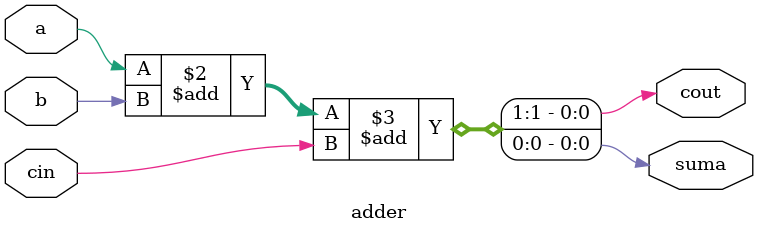
<source format=v>
`timescale 1ns / 1ps


module adder(
    input a,
    input b,
    input cin,
    output cout,
    output suma
    );
    reg cout, suma;
    always @(a,b,cin)
    {cout, suma} = a + b + cin;
endmodule

</source>
